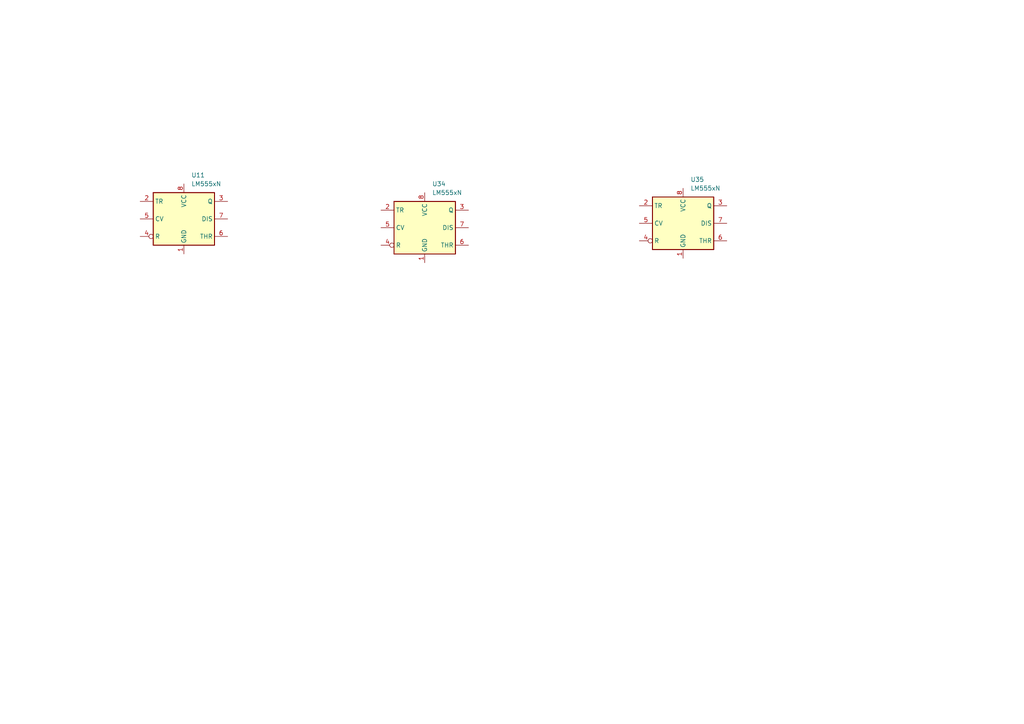
<source format=kicad_sch>
(kicad_sch (version 20250114) (generator "eeschema") (generator_version "9.0")
  (paper "A4")
  (lib_symbols
    (symbol "Timer:LM555xN"
      (property "Reference" "U" (at -10.16 8.89 0))
      (property "Value" "LM555xN" (at 2.54 8.89 0))
      (symbol "LM555xN_0_0"
        (pin power_in line (at 0 10.16 270) (length 2.54) (name "VCC") (number "8"))
        (pin power_in line (at 0 -10.16 90) (length 2.54) (name "GND") (number "1"))
      )
      (symbol "LM555xN_0_1"
        (rectangle (start -8.89 -7.62) (end 8.89 7.62) (stroke (width 0.254)) (fill (type background)))
        (rectangle (start -8.89 -7.62) (end 8.89 7.62) (stroke (width 0.254)) (fill (type background)))
      )
      (symbol "LM555xN_1_1"
        (pin input line (at -12.7 5.08 0) (length 3.81) (name "TR") (number "2"))
        (pin input line (at -12.7 0 0) (length 3.81) (name "CV") (number "5"))
        (pin input inverted (at -12.7 -5.08 0) (length 3.81) (name "R") (number "4"))
        (pin output line (at 12.7 5.08 180) (length 3.81) (name "Q") (number "3"))
        (pin input line (at 12.7 0 180) (length 3.81) (name "DIS") (number "7"))
        (pin input line (at 12.7 -5.08 180) (length 3.81) (name "THR") (number "6"))
      )
    )
  )
  (symbol (lib_id "Timer:LM555xN") (at 53.34 63.5 0) (unit 1)
    (property "Reference" "U11" (at 55.4833 50.8 0) (effects (justify left)))
    (property "Value" "LM555xN" (at 55.4833 53.34 0) (effects (justify left)))
    (property "Footprint" "Package_DIP:DIP-8_W7.62mm" (effects (hide yes)))
    (property "Datasheet" "http://www.ti.com/lit/ds/symlink/lm555.pdf" (effects (hide yes)))
    (property "Description" "Timer, 555 compatible, PDIP-8" (effects (hide yes)))
  )
  (symbol (lib_id "Timer:LM555xN") (at 123.19 66.04 0) (unit 1)
    (property "Reference" "U34" (at 125.3333 53.34 0) (effects (justify left)))
    (property "Value" "LM555xN" (at 125.3333 55.88 0) (effects (justify left)))
    (property "Footprint" "Package_DIP:DIP-8_W7.62mm" (effects (hide yes)))
    (property "Datasheet" "http://www.ti.com/lit/ds/symlink/lm555.pdf" (effects (hide yes)))
    (property "Description" "Timer, 555 compatible, PDIP-8" (effects (hide yes)))
  )
  (symbol (lib_id "Timer:LM555xN") (at 198.12 64.77 0) (unit 1)
    (property "Reference" "U35" (at 200.2633 52.07 0) (effects (justify left)))
    (property "Value" "LM555xN" (at 200.2633 54.61 0) (effects (justify left)))
    (property "Footprint" "Package_DIP:DIP-8_W7.62mm" (effects (hide yes)))
    (property "Datasheet" "http://www.ti.com/lit/ds/symlink/lm555.pdf" (effects (hide yes)))
    (property "Description" "Timer, 555 compatible, PDIP-8" (effects (hide yes)))
  )
)
</source>
